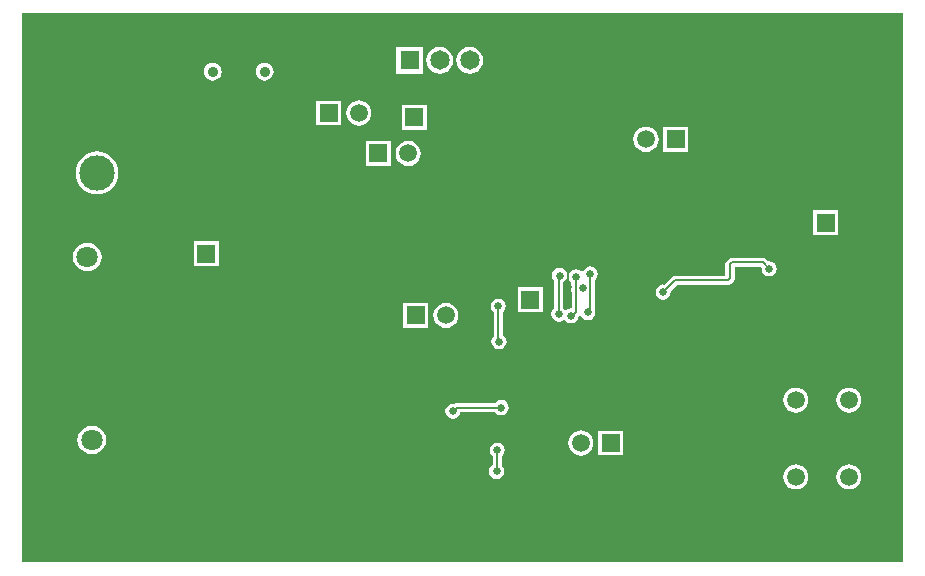
<source format=gbl>
G04 Layer_Physical_Order=2*
G04 Layer_Color=16711680*
%FSLAX25Y25*%
%MOIN*%
G70*
G01*
G75*
%ADD52C,0.02000*%
%ADD53C,0.00700*%
%ADD56C,0.11811*%
%ADD57R,0.07087X0.07087*%
%ADD58C,0.07087*%
%ADD59R,0.06496X0.06496*%
%ADD60C,0.06496*%
%ADD61R,0.05905X0.05905*%
%ADD62C,0.05905*%
%ADD63R,0.05905X0.05905*%
%ADD64C,0.03543*%
%ADD65C,0.02600*%
G36*
X295400Y1733D02*
X1733D01*
Y184767D01*
X295400D01*
X295400Y1733D01*
D02*
G37*
%LPC*%
G36*
X143000Y88189D02*
X141916Y88046D01*
X140906Y87627D01*
X140038Y86962D01*
X139373Y86094D01*
X138954Y85084D01*
X138811Y84000D01*
X138954Y82916D01*
X139373Y81906D01*
X140038Y81038D01*
X140906Y80373D01*
X141916Y79954D01*
X143000Y79811D01*
X144084Y79954D01*
X145094Y80373D01*
X145962Y81038D01*
X146627Y81906D01*
X147046Y82916D01*
X147189Y84000D01*
X147046Y85084D01*
X146627Y86094D01*
X145962Y86962D01*
X145094Y87627D01*
X144084Y88046D01*
X143000Y88189D01*
D02*
G37*
G36*
X160500Y89649D02*
X159525Y89455D01*
X158698Y88902D01*
X158145Y88076D01*
X157951Y87100D01*
X158145Y86124D01*
X158698Y85298D01*
X158920Y85149D01*
Y77117D01*
X158898Y77102D01*
X158345Y76275D01*
X158151Y75300D01*
X158345Y74325D01*
X158898Y73498D01*
X159724Y72945D01*
X160700Y72751D01*
X161676Y72945D01*
X162502Y73498D01*
X163055Y74325D01*
X163249Y75300D01*
X163055Y76275D01*
X162502Y77102D01*
X162080Y77384D01*
Y85149D01*
X162302Y85298D01*
X162855Y86124D01*
X163049Y87100D01*
X162855Y88076D01*
X162302Y88902D01*
X161476Y89455D01*
X160500Y89649D01*
D02*
G37*
G36*
X161500Y55849D02*
X160524Y55655D01*
X159698Y55102D01*
X159549Y54880D01*
X146600D01*
X145995Y54760D01*
X145731Y54583D01*
X145400Y54649D01*
X144424Y54455D01*
X143598Y53902D01*
X143045Y53075D01*
X142851Y52100D01*
X143045Y51125D01*
X143598Y50298D01*
X144424Y49745D01*
X145400Y49551D01*
X146376Y49745D01*
X147202Y50298D01*
X147755Y51125D01*
X147873Y51720D01*
X159549D01*
X159698Y51498D01*
X160524Y50945D01*
X161500Y50751D01*
X162476Y50945D01*
X163302Y51498D01*
X163855Y52324D01*
X164049Y53300D01*
X163855Y54276D01*
X163302Y55102D01*
X162476Y55655D01*
X161500Y55849D01*
D02*
G37*
G36*
X137153Y88153D02*
X128847D01*
Y79847D01*
X137153D01*
Y88153D01*
D02*
G37*
G36*
X191200Y100349D02*
X190225Y100155D01*
X189398Y99602D01*
X188845Y98776D01*
X188837Y98734D01*
X188346Y98637D01*
X188302Y98702D01*
X187476Y99255D01*
X186500Y99449D01*
X185524Y99255D01*
X184698Y98702D01*
X184145Y97875D01*
X183951Y96900D01*
X184145Y95925D01*
X184698Y95098D01*
X184870Y94983D01*
Y92127D01*
X184920Y91875D01*
Y86547D01*
X184800Y86449D01*
X183825Y86255D01*
X182998Y85702D01*
X182803D01*
X182402Y86302D01*
X182180Y86451D01*
Y95149D01*
X182702Y95498D01*
X183255Y96324D01*
X183449Y97300D01*
X183255Y98276D01*
X182702Y99102D01*
X181876Y99655D01*
X180900Y99849D01*
X179924Y99655D01*
X179098Y99102D01*
X178545Y98276D01*
X178351Y97300D01*
X178545Y96324D01*
X179020Y95614D01*
Y86451D01*
X178798Y86302D01*
X178245Y85475D01*
X178051Y84500D01*
X178245Y83525D01*
X178798Y82698D01*
X179624Y82145D01*
X180600Y81951D01*
X181576Y82145D01*
X182121Y82510D01*
X182777Y82427D01*
X182998Y82098D01*
X183825Y81545D01*
X184800Y81351D01*
X185775Y81545D01*
X186602Y82098D01*
X187155Y82924D01*
X187303Y83668D01*
X187498Y83863D01*
X187516Y83869D01*
X187954Y83853D01*
X188096Y83799D01*
X188498Y83198D01*
X189324Y82645D01*
X190300Y82451D01*
X191276Y82645D01*
X192102Y83198D01*
X192655Y84025D01*
X192849Y85000D01*
X192705Y85723D01*
X192730Y85850D01*
Y95816D01*
X193002Y95998D01*
X193555Y96825D01*
X193749Y97800D01*
X193555Y98776D01*
X193002Y99602D01*
X192175Y100155D01*
X191200Y100349D01*
D02*
G37*
G36*
X248700Y103280D02*
X238348D01*
X237743Y103160D01*
X237230Y102817D01*
X236683Y102269D01*
X236340Y101757D01*
X236220Y101152D01*
Y97280D01*
X219400D01*
X218795Y97160D01*
X218283Y96817D01*
X215762Y94297D01*
X215500Y94349D01*
X214525Y94155D01*
X213698Y93602D01*
X213145Y92775D01*
X212951Y91800D01*
X213145Y90825D01*
X213698Y89998D01*
X214525Y89445D01*
X215500Y89251D01*
X216476Y89445D01*
X217302Y89998D01*
X217855Y90825D01*
X218049Y91800D01*
X217997Y92062D01*
X220055Y94120D01*
X236900D01*
X237505Y94240D01*
X238018Y94582D01*
X238917Y95482D01*
X239260Y95995D01*
X239380Y96600D01*
Y100120D01*
X247920D01*
X248274Y99714D01*
X248251Y99600D01*
X248445Y98624D01*
X248998Y97798D01*
X249825Y97245D01*
X250800Y97051D01*
X251776Y97245D01*
X252602Y97798D01*
X253155Y98624D01*
X253349Y99600D01*
X253155Y100575D01*
X252602Y101402D01*
X251776Y101955D01*
X250800Y102149D01*
X250538Y102097D01*
X249817Y102817D01*
X249305Y103160D01*
X248700Y103280D01*
D02*
G37*
G36*
X175253Y93353D02*
X166947D01*
Y85047D01*
X175253D01*
Y93353D01*
D02*
G37*
G36*
X277358Y59984D02*
X276274Y59841D01*
X275264Y59423D01*
X274396Y58757D01*
X273731Y57890D01*
X273312Y56879D01*
X273170Y55795D01*
X273312Y54711D01*
X273731Y53701D01*
X274396Y52833D01*
X275264Y52168D01*
X276274Y51749D01*
X277358Y51607D01*
X278442Y51749D01*
X279453Y52168D01*
X280320Y52833D01*
X280986Y53701D01*
X281404Y54711D01*
X281547Y55795D01*
X281404Y56879D01*
X280986Y57890D01*
X280320Y58757D01*
X279453Y59423D01*
X278442Y59841D01*
X277358Y59984D01*
D02*
G37*
G36*
X160200Y41649D02*
X159224Y41455D01*
X158398Y40902D01*
X157845Y40075D01*
X157651Y39100D01*
X157845Y38124D01*
X158398Y37298D01*
X158620Y37149D01*
Y34151D01*
X158098Y33802D01*
X157545Y32976D01*
X157351Y32000D01*
X157545Y31025D01*
X158098Y30198D01*
X158924Y29645D01*
X159900Y29451D01*
X160875Y29645D01*
X161702Y30198D01*
X162255Y31025D01*
X162449Y32000D01*
X162255Y32976D01*
X161780Y33686D01*
Y37149D01*
X162002Y37298D01*
X162555Y38124D01*
X162749Y39100D01*
X162555Y40075D01*
X162002Y40902D01*
X161176Y41455D01*
X160200Y41649D01*
D02*
G37*
G36*
X277358Y34393D02*
X276274Y34251D01*
X275264Y33832D01*
X274396Y33167D01*
X273731Y32299D01*
X273312Y31289D01*
X273170Y30205D01*
X273312Y29121D01*
X273731Y28110D01*
X274396Y27243D01*
X275264Y26577D01*
X276274Y26159D01*
X277358Y26016D01*
X278442Y26159D01*
X279453Y26577D01*
X280320Y27243D01*
X280986Y28110D01*
X281404Y29121D01*
X281547Y30205D01*
X281404Y31289D01*
X280986Y32299D01*
X280320Y33167D01*
X279453Y33832D01*
X278442Y34251D01*
X277358Y34393D01*
D02*
G37*
G36*
X259642D02*
X258558Y34251D01*
X257547Y33832D01*
X256680Y33167D01*
X256014Y32299D01*
X255596Y31289D01*
X255453Y30205D01*
X255596Y29121D01*
X256014Y28110D01*
X256680Y27243D01*
X257547Y26577D01*
X258558Y26159D01*
X259642Y26016D01*
X260726Y26159D01*
X261736Y26577D01*
X262603Y27243D01*
X263269Y28110D01*
X263688Y29121D01*
X263830Y30205D01*
X263688Y31289D01*
X263269Y32299D01*
X262603Y33167D01*
X261736Y33832D01*
X260726Y34251D01*
X259642Y34393D01*
D02*
G37*
G36*
X188000Y45689D02*
X186916Y45546D01*
X185906Y45127D01*
X185038Y44462D01*
X184373Y43594D01*
X183954Y42584D01*
X183811Y41500D01*
X183954Y40416D01*
X184373Y39406D01*
X185038Y38538D01*
X185906Y37873D01*
X186916Y37454D01*
X188000Y37311D01*
X189084Y37454D01*
X190094Y37873D01*
X190962Y38538D01*
X191627Y39406D01*
X192046Y40416D01*
X192189Y41500D01*
X192046Y42584D01*
X191627Y43594D01*
X190962Y44462D01*
X190094Y45127D01*
X189084Y45546D01*
X188000Y45689D01*
D02*
G37*
G36*
X259642Y59984D02*
X258558Y59841D01*
X257547Y59423D01*
X256680Y58757D01*
X256014Y57890D01*
X255596Y56879D01*
X255453Y55795D01*
X255596Y54711D01*
X256014Y53701D01*
X256680Y52833D01*
X257547Y52168D01*
X258558Y51749D01*
X259642Y51607D01*
X260726Y51749D01*
X261736Y52168D01*
X262603Y52833D01*
X263269Y53701D01*
X263688Y54711D01*
X263830Y55795D01*
X263688Y56879D01*
X263269Y57890D01*
X262603Y58757D01*
X261736Y59423D01*
X260726Y59841D01*
X259642Y59984D01*
D02*
G37*
G36*
X25000Y47284D02*
X23762Y47121D01*
X22608Y46643D01*
X21617Y45883D01*
X20857Y44892D01*
X20379Y43738D01*
X20216Y42500D01*
X20379Y41262D01*
X20857Y40108D01*
X21617Y39117D01*
X22608Y38357D01*
X23762Y37879D01*
X25000Y37716D01*
X26238Y37879D01*
X27392Y38357D01*
X28383Y39117D01*
X29143Y40108D01*
X29621Y41262D01*
X29784Y42500D01*
X29621Y43738D01*
X29143Y44892D01*
X28383Y45883D01*
X27392Y46643D01*
X26238Y47121D01*
X25000Y47284D01*
D02*
G37*
G36*
X202153Y45653D02*
X193847D01*
Y37347D01*
X202153D01*
Y45653D01*
D02*
G37*
G36*
X108153Y155653D02*
X99847D01*
Y147347D01*
X108153D01*
Y155653D01*
D02*
G37*
G36*
X65298Y168304D02*
X64522Y168202D01*
X63799Y167903D01*
X63178Y167427D01*
X62702Y166806D01*
X62402Y166083D01*
X62300Y165307D01*
X62402Y164531D01*
X62702Y163808D01*
X63178Y163188D01*
X63799Y162711D01*
X64522Y162412D01*
X65298Y162310D01*
X66073Y162412D01*
X66796Y162711D01*
X67417Y163188D01*
X67893Y163808D01*
X68193Y164531D01*
X68295Y165307D01*
X68193Y166083D01*
X67893Y166806D01*
X67417Y167427D01*
X66796Y167903D01*
X66073Y168202D01*
X65298Y168304D01*
D02*
G37*
G36*
X136653Y154153D02*
X128347D01*
Y145847D01*
X136653D01*
Y154153D01*
D02*
G37*
G36*
X114000Y155689D02*
X112916Y155546D01*
X111906Y155127D01*
X111038Y154462D01*
X110373Y153594D01*
X109954Y152584D01*
X109811Y151500D01*
X109954Y150416D01*
X110373Y149406D01*
X111038Y148538D01*
X111906Y147873D01*
X112916Y147454D01*
X114000Y147311D01*
X115084Y147454D01*
X116094Y147873D01*
X116962Y148538D01*
X117627Y149406D01*
X118046Y150416D01*
X118189Y151500D01*
X118046Y152584D01*
X117627Y153594D01*
X116962Y154462D01*
X116094Y155127D01*
X115084Y155546D01*
X114000Y155689D01*
D02*
G37*
G36*
X151000Y173486D02*
X149839Y173334D01*
X148757Y172885D01*
X147828Y172172D01*
X147115Y171243D01*
X146667Y170161D01*
X146514Y169000D01*
X146667Y167839D01*
X147115Y166757D01*
X147828Y165828D01*
X148757Y165115D01*
X149839Y164666D01*
X151000Y164514D01*
X152161Y164666D01*
X153243Y165115D01*
X154172Y165828D01*
X154885Y166757D01*
X155333Y167839D01*
X155486Y169000D01*
X155333Y170161D01*
X154885Y171243D01*
X154172Y172172D01*
X153243Y172885D01*
X152161Y173334D01*
X151000Y173486D01*
D02*
G37*
G36*
X135448Y173448D02*
X126552D01*
Y164552D01*
X135448D01*
Y173448D01*
D02*
G37*
G36*
X82621Y168304D02*
X81845Y168202D01*
X81122Y167903D01*
X80501Y167427D01*
X80025Y166806D01*
X79725Y166083D01*
X79623Y165307D01*
X79725Y164531D01*
X80025Y163808D01*
X80501Y163188D01*
X81122Y162711D01*
X81845Y162412D01*
X82621Y162310D01*
X83396Y162412D01*
X84119Y162711D01*
X84740Y163188D01*
X85216Y163808D01*
X85516Y164531D01*
X85618Y165307D01*
X85516Y166083D01*
X85216Y166806D01*
X84740Y167427D01*
X84119Y167903D01*
X83396Y168202D01*
X82621Y168304D01*
D02*
G37*
G36*
X141000Y173486D02*
X139839Y173334D01*
X138757Y172885D01*
X137828Y172172D01*
X137115Y171243D01*
X136667Y170161D01*
X136514Y169000D01*
X136667Y167839D01*
X137115Y166757D01*
X137828Y165828D01*
X138757Y165115D01*
X139839Y164666D01*
X141000Y164514D01*
X142161Y164666D01*
X143243Y165115D01*
X144172Y165828D01*
X144885Y166757D01*
X145334Y167839D01*
X145486Y169000D01*
X145334Y170161D01*
X144885Y171243D01*
X144172Y172172D01*
X143243Y172885D01*
X142161Y173334D01*
X141000Y173486D01*
D02*
G37*
G36*
X273853Y119053D02*
X265547D01*
Y110747D01*
X273853D01*
Y119053D01*
D02*
G37*
G36*
X26700Y138718D02*
X25307Y138581D01*
X23968Y138174D01*
X22733Y137515D01*
X21651Y136627D01*
X20763Y135545D01*
X20104Y134310D01*
X19697Y132971D01*
X19560Y131578D01*
X19697Y130185D01*
X20104Y128846D01*
X20763Y127611D01*
X21651Y126529D01*
X22733Y125641D01*
X23968Y124982D01*
X25307Y124575D01*
X26700Y124438D01*
X28093Y124575D01*
X29432Y124982D01*
X30667Y125641D01*
X31749Y126529D01*
X32637Y127611D01*
X33296Y128846D01*
X33703Y130185D01*
X33840Y131578D01*
X33703Y132971D01*
X33296Y134310D01*
X32637Y135545D01*
X31749Y136627D01*
X30667Y137515D01*
X29432Y138174D01*
X28093Y138581D01*
X26700Y138718D01*
D02*
G37*
G36*
X23500Y108284D02*
X22262Y108121D01*
X21108Y107643D01*
X20117Y106883D01*
X19357Y105892D01*
X18879Y104738D01*
X18716Y103500D01*
X18879Y102262D01*
X19357Y101108D01*
X20117Y100117D01*
X21108Y99357D01*
X22262Y98879D01*
X23500Y98716D01*
X24738Y98879D01*
X25892Y99357D01*
X26883Y100117D01*
X27643Y101108D01*
X28121Y102262D01*
X28284Y103500D01*
X28121Y104738D01*
X27643Y105892D01*
X26883Y106883D01*
X25892Y107643D01*
X24738Y108121D01*
X23500Y108284D01*
D02*
G37*
G36*
X67353Y108753D02*
X59047D01*
Y100447D01*
X67353D01*
Y108753D01*
D02*
G37*
G36*
X209700Y146889D02*
X208616Y146746D01*
X207606Y146327D01*
X206738Y145662D01*
X206073Y144794D01*
X205654Y143784D01*
X205511Y142700D01*
X205654Y141616D01*
X206073Y140606D01*
X206738Y139738D01*
X207606Y139073D01*
X208616Y138654D01*
X209700Y138511D01*
X210784Y138654D01*
X211794Y139073D01*
X212662Y139738D01*
X213327Y140606D01*
X213746Y141616D01*
X213889Y142700D01*
X213746Y143784D01*
X213327Y144794D01*
X212662Y145662D01*
X211794Y146327D01*
X210784Y146746D01*
X209700Y146889D01*
D02*
G37*
G36*
X223853Y146853D02*
X215547D01*
Y138547D01*
X223853D01*
Y146853D01*
D02*
G37*
G36*
X130500Y142189D02*
X129416Y142046D01*
X128406Y141627D01*
X127538Y140962D01*
X126873Y140094D01*
X126454Y139084D01*
X126311Y138000D01*
X126454Y136916D01*
X126873Y135906D01*
X127538Y135038D01*
X128406Y134373D01*
X129416Y133954D01*
X130500Y133811D01*
X131584Y133954D01*
X132594Y134373D01*
X133462Y135038D01*
X134127Y135906D01*
X134546Y136916D01*
X134689Y138000D01*
X134546Y139084D01*
X134127Y140094D01*
X133462Y140962D01*
X132594Y141627D01*
X131584Y142046D01*
X130500Y142189D01*
D02*
G37*
G36*
X124653Y142153D02*
X116347D01*
Y133847D01*
X124653D01*
Y142153D01*
D02*
G37*
%LPD*%
D52*
X262929Y45071D02*
Y45504D01*
X169800Y72900D02*
X171500D01*
X180300Y110600D02*
X180700Y111000D01*
D53*
X159700Y32200D02*
X160200Y32700D01*
Y39100D01*
X159700Y32200D02*
X159900Y32000D01*
X248700Y101700D02*
X250800Y99600D01*
X238348Y101700D02*
X248700D01*
X190300Y85000D02*
X191150Y85850D01*
Y97750D01*
X191200Y97800D01*
X186450Y92127D02*
Y96850D01*
X186500Y96900D01*
X186450Y92127D02*
X186500Y92077D01*
Y85100D02*
Y92077D01*
X160500Y75500D02*
Y87100D01*
Y75500D02*
X160700Y75300D01*
X180600Y97000D02*
X180900Y97300D01*
X180600Y84500D02*
Y97000D01*
X180900Y97300D02*
X181800D01*
X184800Y83900D02*
X185300D01*
X186500Y85100D01*
X236900Y95700D02*
X237800Y96600D01*
X219400Y95700D02*
X236900D01*
X215500Y91800D02*
X219400Y95700D01*
X237800Y96600D02*
Y101152D01*
X238348Y101700D01*
X145400Y52100D02*
X146600Y53300D01*
X161500D01*
D56*
X26700Y131578D02*
D03*
Y155200D02*
D03*
X8196Y143389D02*
D03*
D57*
X23500Y83500D02*
D03*
X25000Y22500D02*
D03*
D58*
X23500Y103500D02*
D03*
X25000Y42500D02*
D03*
D59*
X131000Y169000D02*
D03*
D60*
X141000D02*
D03*
X151000D02*
D03*
D61*
X198000Y41500D02*
D03*
X219700Y142700D02*
D03*
X132500Y150000D02*
D03*
X269700Y114900D02*
D03*
X63200Y104600D02*
D03*
X104000Y151500D02*
D03*
X120500Y138000D02*
D03*
X133000Y84000D02*
D03*
D62*
X188000Y41500D02*
D03*
X171100Y79200D02*
D03*
X209700Y142700D02*
D03*
X142500Y150000D02*
D03*
X279700Y114900D02*
D03*
X73200Y104600D02*
D03*
X114000Y151500D02*
D03*
X130500Y138000D02*
D03*
X143000Y84000D02*
D03*
X277358Y30205D02*
D03*
X259642D02*
D03*
X277358Y55795D02*
D03*
X259642D02*
D03*
D63*
X171100Y89200D02*
D03*
D64*
X82621Y165307D02*
D03*
X65298D02*
D03*
D65*
X93000Y89700D02*
D03*
X89400Y89600D02*
D03*
X86200D02*
D03*
X103400Y82300D02*
D03*
X244500Y85000D02*
D03*
X160200Y39100D02*
D03*
X165100Y111000D02*
D03*
X250800Y99600D02*
D03*
X199500Y105800D02*
D03*
X191200Y97800D02*
D03*
X160500Y87100D02*
D03*
X160700Y75300D02*
D03*
X163900Y90800D02*
D03*
X96100Y123200D02*
D03*
X83600Y122400D02*
D03*
Y119600D02*
D03*
Y125100D02*
D03*
X55900Y128500D02*
D03*
X49400Y124900D02*
D03*
Y128400D02*
D03*
X52700D02*
D03*
X52800Y124900D02*
D03*
Y121100D02*
D03*
X49400D02*
D03*
X55900D02*
D03*
Y124900D02*
D03*
X94300Y72100D02*
D03*
X90900D02*
D03*
X264500Y181582D02*
D03*
X269500D02*
D03*
X274500D02*
D03*
X284500D02*
D03*
X279500D02*
D03*
X288800D02*
D03*
X259300D02*
D03*
X288200Y154000D02*
D03*
Y104000D02*
D03*
Y89000D02*
D03*
Y39000D02*
D03*
Y64000D02*
D03*
Y19000D02*
D03*
Y34000D02*
D03*
Y54000D02*
D03*
Y14000D02*
D03*
Y9000D02*
D03*
Y49000D02*
D03*
Y59000D02*
D03*
Y29000D02*
D03*
Y24000D02*
D03*
Y99000D02*
D03*
Y69000D02*
D03*
Y79000D02*
D03*
Y159000D02*
D03*
Y44000D02*
D03*
Y84000D02*
D03*
Y94000D02*
D03*
Y119000D02*
D03*
Y139000D02*
D03*
Y74000D02*
D03*
Y134000D02*
D03*
Y109000D02*
D03*
Y129000D02*
D03*
Y149000D02*
D03*
Y124000D02*
D03*
Y144000D02*
D03*
Y114000D02*
D03*
Y4000D02*
D03*
X293500D02*
D03*
X293100Y172682D02*
D03*
X293500Y114000D02*
D03*
Y144000D02*
D03*
Y124000D02*
D03*
Y149000D02*
D03*
Y129000D02*
D03*
Y109000D02*
D03*
Y134000D02*
D03*
Y74000D02*
D03*
Y139000D02*
D03*
Y119000D02*
D03*
Y94000D02*
D03*
Y84000D02*
D03*
Y44000D02*
D03*
Y159000D02*
D03*
Y79000D02*
D03*
Y69000D02*
D03*
Y99000D02*
D03*
Y24000D02*
D03*
Y29000D02*
D03*
Y59000D02*
D03*
Y49000D02*
D03*
Y9000D02*
D03*
Y14000D02*
D03*
Y54000D02*
D03*
Y34000D02*
D03*
Y19000D02*
D03*
Y64000D02*
D03*
Y39000D02*
D03*
X262929Y45071D02*
D03*
X161500Y132500D02*
D03*
X122000Y155000D02*
D03*
X127000Y94000D02*
D03*
X66800Y80800D02*
D03*
X213000Y85800D02*
D03*
X178700Y65700D02*
D03*
X247800Y4000D02*
D03*
X252800D02*
D03*
X242800D02*
D03*
X237800D02*
D03*
X232800D02*
D03*
X222900D02*
D03*
X227900D02*
D03*
X217900D02*
D03*
X212900D02*
D03*
X207900D02*
D03*
X283300D02*
D03*
X273000D02*
D03*
X278000D02*
D03*
X268000D02*
D03*
X263000D02*
D03*
X258000D02*
D03*
X180900Y97300D02*
D03*
X180600Y84500D02*
D03*
X186500Y96900D02*
D03*
X177700Y93400D02*
D03*
X70000Y90500D02*
D03*
X190300Y85000D02*
D03*
X209350Y53750D02*
D03*
X153200Y30400D02*
D03*
X266888Y80788D02*
D03*
X268360Y90340D02*
D03*
X261747Y115047D02*
D03*
X180700Y111000D02*
D03*
X172200Y110600D02*
D03*
X169800Y72900D02*
D03*
X293500Y89000D02*
D03*
X222300Y110500D02*
D03*
X225800D02*
D03*
X228800D02*
D03*
X264404Y124300D02*
D03*
X234800Y102500D02*
D03*
Y99000D02*
D03*
X231800Y102500D02*
D03*
X228800Y99000D02*
D03*
X231800D02*
D03*
X225800Y106500D02*
D03*
Y99000D02*
D03*
X222300Y102500D02*
D03*
Y106500D02*
D03*
X293500Y104000D02*
D03*
Y154000D02*
D03*
X215500Y91800D02*
D03*
X184800Y83900D02*
D03*
X232300Y110400D02*
D03*
X222500Y99100D02*
D03*
X235100Y110500D02*
D03*
X229300Y106500D02*
D03*
X235100Y106600D02*
D03*
X232300Y106500D02*
D03*
X228800Y102600D02*
D03*
X225600Y102700D02*
D03*
X159900Y32000D02*
D03*
X161500Y53300D02*
D03*
X113000Y61000D02*
D03*
X156500Y83800D02*
D03*
X111700Y92300D02*
D03*
X205000Y105600D02*
D03*
X188800Y93300D02*
D03*
X239200Y136600D02*
D03*
X239100Y132300D02*
D03*
X293100Y178782D02*
D03*
Y181582D02*
D03*
X183600Y93400D02*
D03*
X212500Y162000D02*
D03*
X217000Y72500D02*
D03*
X223600D02*
D03*
X231000D02*
D03*
X237300D02*
D03*
X104500Y126200D02*
D03*
X145400Y52100D02*
D03*
M02*

</source>
